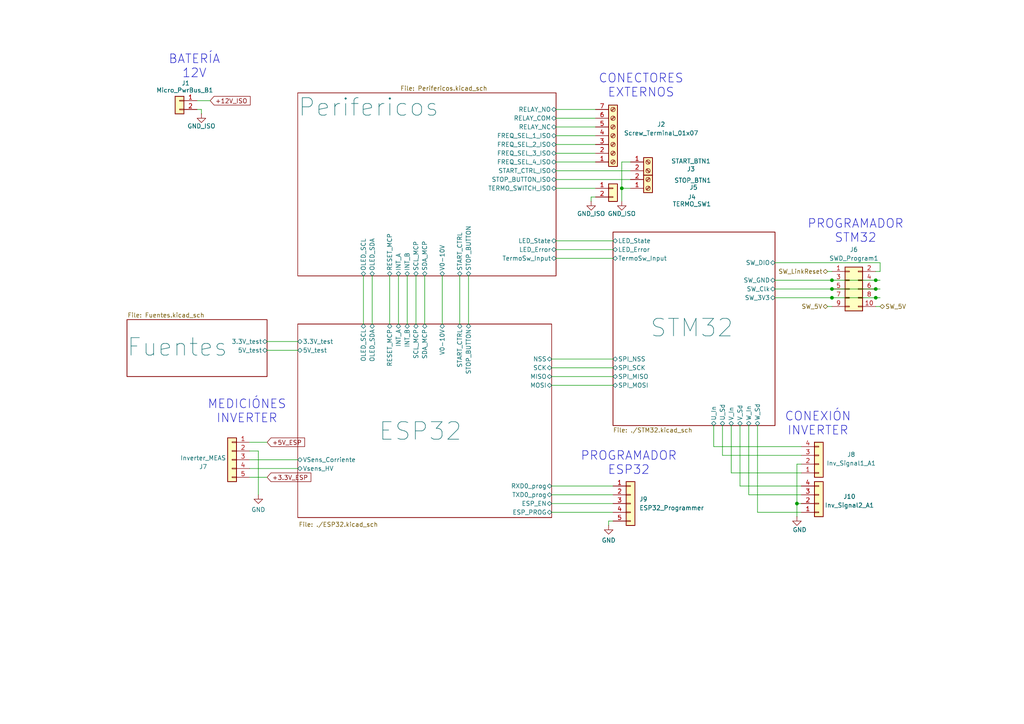
<source format=kicad_sch>
(kicad_sch (version 20250114) (generator "eeschema") (generator_version "9.0")
  (paper "A4")
  (title_block (title "Variador de frecuencia LVDC") (date "2025-08-05") (rev "0") (company "Andrenacci - Carra"))
  (lib_symbols
    (symbol "Connector:Screw_Terminal_01x02" (pin_names (offset 1.016) (hide yes))
      (property "Reference" "J" (at 0 2.54 0))
      (property "Value" "Screw_Terminal_01x02" (at 0 -5.08 0))
      (symbol "Screw_Terminal_01x02_1_1"
        (rectangle (start -1.27 1.27) (end 1.27 -3.81) (stroke (width 0.254)) (fill (type background)))
        (polyline (pts (xy -0.5334 0.3302) (xy 0.3302 -0.508)) (stroke (width 0.1524)))
        (polyline (pts (xy -0.5334 -2.2098) (xy 0.3302 -3.048)) (stroke (width 0.1524)))
        (polyline (pts (xy -0.3556 0.508) (xy 0.508 -0.3302)) (stroke (width 0.1524)))
        (polyline (pts (xy -0.3556 -2.032) (xy 0.508 -2.8702)) (stroke (width 0.1524)))
        (circle (center 0 0) (radius 0.635) (stroke (width 0.1524)))
        (circle (center 0 -2.54) (radius 0.635) (stroke (width 0.1524)))
        (pin passive line (at -5.08 0 0) (length 3.81) (name "Pin_1") (number "1"))
        (pin passive line (at -5.08 -2.54 0) (length 3.81) (name "Pin_2") (number "2"))
      )
    )
    (symbol "Connector:Screw_Terminal_01x07" (pin_names (offset 1.016) (hide yes))
      (property "Reference" "J" (at 0 10.16 0))
      (property "Value" "Screw_Terminal_01x07" (at 0 -10.16 0))
      (symbol "Screw_Terminal_01x07_1_1"
        (rectangle (start -1.27 8.89) (end 1.27 -8.89) (stroke (width 0.254)) (fill (type background)))
        (polyline (pts (xy -0.5334 7.9502) (xy 0.3302 7.112)) (stroke (width 0.1524)))
        (polyline (pts (xy -0.5334 5.4102) (xy 0.3302 4.572)) (stroke (width 0.1524)))
        (polyline (pts (xy -0.5334 2.8702) (xy 0.3302 2.032)) (stroke (width 0.1524)))
        (polyline (pts (xy -0.5334 0.3302) (xy 0.3302 -0.508)) (stroke (width 0.1524)))
        (polyline (pts (xy -0.5334 -2.2098) (xy 0.3302 -3.048)) (stroke (width 0.1524)))
        (polyline (pts (xy -0.5334 -4.7498) (xy 0.3302 -5.588)) (stroke (width 0.1524)))
        (polyline (pts (xy -0.5334 -7.2898) (xy 0.3302 -8.128)) (stroke (width 0.1524)))
        (polyline (pts (xy -0.3556 8.128) (xy 0.508 7.2898)) (stroke (width 0.1524)))
        (polyline (pts (xy -0.3556 5.588) (xy 0.508 4.7498)) (stroke (width 0.1524)))
        (polyline (pts (xy -0.3556 3.048) (xy 0.508 2.2098)) (stroke (width 0.1524)))
        (polyline (pts (xy -0.3556 0.508) (xy 0.508 -0.3302)) (stroke (width 0.1524)))
        (polyline (pts (xy -0.3556 -2.032) (xy 0.508 -2.8702)) (stroke (width 0.1524)))
        (polyline (pts (xy -0.3556 -4.572) (xy 0.508 -5.4102)) (stroke (width 0.1524)))
        (polyline (pts (xy -0.3556 -7.112) (xy 0.508 -7.9502)) (stroke (width 0.1524)))
        (circle (center 0 7.62) (radius 0.635) (stroke (width 0.1524)))
        (circle (center 0 5.08) (radius 0.635) (stroke (width 0.1524)))
        (circle (center 0 2.54) (radius 0.635) (stroke (width 0.1524)))
        (circle (center 0 0) (radius 0.635) (stroke (width 0.1524)))
        (circle (center 0 -2.54) (radius 0.635) (stroke (width 0.1524)))
        (circle (center 0 -5.08) (radius 0.635) (stroke (width 0.1524)))
        (circle (center 0 -7.62) (radius 0.635) (stroke (width 0.1524)))
        (pin passive line (at -5.08 7.62 0) (length 3.81) (name "Pin_1") (number "1"))
        (pin passive line (at -5.08 5.08 0) (length 3.81) (name "Pin_2") (number "2"))
        (pin passive line (at -5.08 2.54 0) (length 3.81) (name "Pin_3") (number "3"))
        (pin passive line (at -5.08 0 0) (length 3.81) (name "Pin_4") (number "4"))
        (pin passive line (at -5.08 -2.54 0) (length 3.81) (name "Pin_5") (number "5"))
        (pin passive line (at -5.08 -5.08 0) (length 3.81) (name "Pin_6") (number "6"))
        (pin passive line (at -5.08 -7.62 0) (length 3.81) (name "Pin_7") (number "7"))
      )
    )
    (symbol "Connector_Generic:Conn_01x02" (pin_names (offset 1.016) (hide yes))
      (property "Reference" "J" (at 0 2.54 0))
      (property "Value" "Conn_01x02" (at 0 -5.08 0))
      (symbol "Conn_01x02_1_1"
        (rectangle (start -1.27 1.27) (end 1.27 -3.81) (stroke (width 0.254)) (fill (type background)))
        (rectangle (start -1.27 0.127) (end 0 -0.127) (stroke (width 0.1524)))
        (rectangle (start -1.27 -2.413) (end 0 -2.667) (stroke (width 0.1524)))
        (pin passive line (at -5.08 0 0) (length 3.81) (name "Pin_1") (number "1"))
        (pin passive line (at -5.08 -2.54 0) (length 3.81) (name "Pin_2") (number "2"))
      )
    )
    (symbol "Connector_Generic:Conn_01x04" (pin_names (offset 1.016) (hide yes))
      (property "Reference" "J" (at 0 5.08 0))
      (property "Value" "Conn_01x04" (at 0 -7.62 0))
      (symbol "Conn_01x04_1_1"
        (rectangle (start -1.27 3.81) (end 1.27 -6.35) (stroke (width 0.254)) (fill (type background)))
        (rectangle (start -1.27 2.667) (end 0 2.413) (stroke (width 0.1524)))
        (rectangle (start -1.27 0.127) (end 0 -0.127) (stroke (width 0.1524)))
        (rectangle (start -1.27 -2.413) (end 0 -2.667) (stroke (width 0.1524)))
        (rectangle (start -1.27 -4.953) (end 0 -5.207) (stroke (width 0.1524)))
        (pin passive line (at -5.08 2.54 0) (length 3.81) (name "Pin_1") (number "1"))
        (pin passive line (at -5.08 0 0) (length 3.81) (name "Pin_2") (number "2"))
        (pin passive line (at -5.08 -2.54 0) (length 3.81) (name "Pin_3") (number "3"))
        (pin passive line (at -5.08 -5.08 0) (length 3.81) (name "Pin_4") (number "4"))
      )
    )
    (symbol "Connector_Generic:Conn_01x05" (pin_names (offset 1.016) (hide yes))
      (property "Reference" "J" (at 0 7.62 0))
      (property "Value" "Conn_01x05" (at 0 -7.62 0))
      (symbol "Conn_01x05_1_1"
        (rectangle (start -1.27 6.35) (end 1.27 -6.35) (stroke (width 0.254)) (fill (type background)))
        (rectangle (start -1.27 5.207) (end 0 4.953) (stroke (width 0.1524)))
        (rectangle (start -1.27 2.667) (end 0 2.413) (stroke (width 0.1524)))
        (rectangle (start -1.27 0.127) (end 0 -0.127) (stroke (width 0.1524)))
        (rectangle (start -1.27 -2.413) (end 0 -2.667) (stroke (width 0.1524)))
        (rectangle (start -1.27 -4.953) (end 0 -5.207) (stroke (width 0.1524)))
        (pin passive line (at -5.08 5.08 0) (length 3.81) (name "Pin_1") (number "1"))
        (pin passive line (at -5.08 2.54 0) (length 3.81) (name "Pin_2") (number "2"))
        (pin passive line (at -5.08 0 0) (length 3.81) (name "Pin_3") (number "3"))
        (pin passive line (at -5.08 -2.54 0) (length 3.81) (name "Pin_4") (number "4"))
        (pin passive line (at -5.08 -5.08 0) (length 3.81) (name "Pin_5") (number "5"))
      )
    )
    (symbol "Connector_Generic:Conn_02x05_Odd_Even" (pin_names (offset 1.016) (hide yes))
      (property "Reference" "J" (at 1.27 7.62 0))
      (property "Value" "Conn_02x05_Odd_Even" (at 1.27 -7.62 0))
      (symbol "Conn_02x05_Odd_Even_1_1"
        (rectangle (start -1.27 6.35) (end 3.81 -6.35) (stroke (width 0.254)) (fill (type background)))
        (rectangle (start -1.27 5.207) (end 0 4.953) (stroke (width 0.1524)))
        (rectangle (start -1.27 2.667) (end 0 2.413) (stroke (width 0.1524)))
        (rectangle (start -1.27 0.127) (end 0 -0.127) (stroke (width 0.1524)))
        (rectangle (start -1.27 -2.413) (end 0 -2.667) (stroke (width 0.1524)))
        (rectangle (start -1.27 -4.953) (end 0 -5.207) (stroke (width 0.1524)))
        (rectangle (start 3.81 5.207) (end 2.54 4.953) (stroke (width 0.1524)))
        (rectangle (start 3.81 2.667) (end 2.54 2.413) (stroke (width 0.1524)))
        (rectangle (start 3.81 0.127) (end 2.54 -0.127) (stroke (width 0.1524)))
        (rectangle (start 3.81 -2.413) (end 2.54 -2.667) (stroke (width 0.1524)))
        (rectangle (start 3.81 -4.953) (end 2.54 -5.207) (stroke (width 0.1524)))
        (pin passive line (at -5.08 5.08 0) (length 3.81) (name "Pin_1") (number "1"))
        (pin passive line (at -5.08 2.54 0) (length 3.81) (name "Pin_3") (number "3"))
        (pin passive line (at -5.08 0 0) (length 3.81) (name "Pin_5") (number "5"))
        (pin passive line (at -5.08 -2.54 0) (length 3.81) (name "Pin_7") (number "7"))
        (pin passive line (at -5.08 -5.08 0) (length 3.81) (name "Pin_9") (number "9"))
        (pin passive line (at 7.62 5.08 180) (length 3.81) (name "Pin_2") (number "2"))
        (pin passive line (at 7.62 2.54 180) (length 3.81) (name "Pin_4") (number "4"))
        (pin passive line (at 7.62 0 180) (length 3.81) (name "Pin_6") (number "6"))
        (pin passive line (at 7.62 -2.54 180) (length 3.81) (name "Pin_8") (number "8"))
        (pin passive line (at 7.62 -5.08 180) (length 3.81) (name "Pin_10") (number "10"))
      )
    )
    (symbol "power:GND" (power) (pin_numbers (hide yes)) (pin_names (offset 0) (hide yes))
      (property "Value" "GND" (at 0 -3.81 0))
      (symbol "GND_0_1"
        (polyline (pts (xy 0 0) (xy 0 -1.27) (xy 1.27 -1.27) (xy 0 -2.54) (xy -1.27 -1.27) (xy 0 -1.27)))
      )
      (symbol "GND_1_1"
        (pin power_in line (at 0 0 270) (length 0) (name "~") (number "1"))
      )
    )
  )
  (text "CONEXIÓN\nINVERTER" (at 237.236 122.936 0) (effects (font (size 2.54 2.54))))
  (text "PROGRAMADOR\nESP32" (at 182.372 134.366 0) (effects (font (size 2.54 2.54))))
  (text "PROGRAMADOR\nSTM32" (at 248.158 67.056 0) (effects (font (size 2.54 2.54))))
  (text "BATERÍA\n12V" (at 56.388 19.304 0) (effects (font (size 2.54 2.54))))
  (text "MEDICIÓNES\nINVERTER" (at 71.628 119.38 0) (effects (font (size 2.54 2.54))))
  (text "CONECTORES\nEXTERNOS" (at 185.928 24.892 0) (effects (font (size 2.54 2.54))))
  (junction (at 254 81.28))
  (junction (at 241.3 81.28))
  (junction (at 231.14 146.05))
  (junction (at 254 86.36))
  (junction (at 254 83.82))
  (junction (at 241.3 86.36))
  (junction (at 241.3 83.82))
  (junction (at 180.34 54.61))
  (wire (pts (xy 224.79 81.28) (xy 241.3 81.28)))
  (wire (pts (xy 161.29 74.93) (xy 177.8 74.93)))
  (wire (pts (xy 209.55 132.08) (xy 232.41 132.08)))
  (wire (pts (xy 107.95 80.01) (xy 107.95 93.98)))
  (wire (pts (xy 255.27 78.74) (xy 254 78.74)))
  (wire (pts (xy 161.29 69.85) (xy 177.8 69.85)))
  (wire (pts (xy 160.02 109.22) (xy 177.8 109.22)))
  (wire (pts (xy 240.03 88.9) (xy 241.3 88.9)))
  (wire (pts (xy 160.02 146.05) (xy 177.8 146.05)))
  (wire (pts (xy 240.03 78.74) (xy 241.3 78.74)))
  (wire (pts (xy 255.27 88.9) (xy 254 88.9)))
  (wire (pts (xy 209.55 123.444) (xy 209.55 132.08)))
  (wire (pts (xy 77.47 101.6) (xy 86.36 101.6)))
  (wire (pts (xy 160.02 143.51) (xy 177.8 143.51)))
  (wire (pts (xy 161.29 49.53) (xy 182.88 49.53)))
  (wire (pts (xy 123.19 80.01) (xy 123.19 93.98)))
  (wire (pts (xy 231.14 146.05) (xy 232.41 146.05)))
  (wire (pts (xy 161.29 46.99) (xy 172.72 46.99)))
  (wire (pts (xy 161.29 41.91) (xy 172.72 41.91)))
  (wire (pts (xy 160.02 104.14) (xy 177.8 104.14)))
  (wire (pts (xy 58.42 31.75) (xy 58.42 33.02)))
  (wire (pts (xy 219.71 148.59) (xy 232.41 148.59)))
  (wire (pts (xy 232.41 134.62) (xy 231.14 134.62)))
  (wire (pts (xy 72.39 135.89) (xy 86.36 135.89)))
  (wire (pts (xy 172.72 57.15) (xy 171.45 57.15)))
  (wire (pts (xy 241.3 81.28) (xy 254 81.28)))
  (wire (pts (xy 77.47 99.06) (xy 86.36 99.06)))
  (wire (pts (xy 160.02 140.97) (xy 177.8 140.97)))
  (wire (pts (xy 57.15 31.75) (xy 58.42 31.75)))
  (wire (pts (xy 160.02 148.59) (xy 177.8 148.59)))
  (wire (pts (xy 217.17 143.51) (xy 217.17 123.444)))
  (wire (pts (xy 214.63 123.444) (xy 214.63 140.97)))
  (wire (pts (xy 120.65 80.01) (xy 120.65 93.98)))
  (wire (pts (xy 171.45 57.15) (xy 171.45 58.42)))
  (wire (pts (xy 160.02 106.68) (xy 177.8 106.68)))
  (wire (pts (xy 72.39 128.27) (xy 77.47 128.27)))
  (wire (pts (xy 214.63 140.97) (xy 232.41 140.97)))
  (wire (pts (xy 161.29 34.29) (xy 172.72 34.29)))
  (wire (pts (xy 161.29 52.07) (xy 182.88 52.07)))
  (wire (pts (xy 118.11 80.01) (xy 118.11 93.98)))
  (wire (pts (xy 212.09 137.16) (xy 232.41 137.16)))
  (wire (pts (xy 161.29 39.37) (xy 172.72 39.37)))
  (wire (pts (xy 161.29 31.75) (xy 172.72 31.75)))
  (wire (pts (xy 161.29 72.39) (xy 177.8 72.39)))
  (wire (pts (xy 255.27 76.2) (xy 255.27 78.74)))
  (wire (pts (xy 224.79 86.36) (xy 241.3 86.36)))
  (wire (pts (xy 176.53 151.13) (xy 177.8 151.13)))
  (wire (pts (xy 113.03 80.01) (xy 113.03 93.98)))
  (wire (pts (xy 180.34 46.99) (xy 180.34 54.61)))
  (wire (pts (xy 255.27 81.28) (xy 254 81.28)))
  (wire (pts (xy 255.27 86.36) (xy 254 86.36)))
  (wire (pts (xy 74.93 130.81) (xy 74.93 143.51)))
  (wire (pts (xy 241.3 86.36) (xy 254 86.36)))
  (wire (pts (xy 255.27 83.82) (xy 254 83.82)))
  (wire (pts (xy 219.71 123.444) (xy 219.71 148.59)))
  (wire (pts (xy 161.29 54.61) (xy 172.72 54.61)))
  (wire (pts (xy 115.57 80.01) (xy 115.57 93.98)))
  (wire (pts (xy 72.39 133.35) (xy 86.36 133.35)))
  (wire (pts (xy 135.89 80.01) (xy 135.89 93.98)))
  (wire (pts (xy 180.34 54.61) (xy 180.34 58.42)))
  (wire (pts (xy 133.35 80.01) (xy 133.35 93.98)))
  (wire (pts (xy 182.88 46.99) (xy 180.34 46.99)))
  (wire (pts (xy 231.14 134.62) (xy 231.14 146.05)))
  (wire (pts (xy 176.53 151.13) (xy 176.53 152.4)))
  (wire (pts (xy 161.29 36.83) (xy 172.72 36.83)))
  (wire (pts (xy 161.29 44.45) (xy 172.72 44.45)))
  (wire (pts (xy 224.79 83.82) (xy 241.3 83.82)))
  (wire (pts (xy 207.01 123.444) (xy 207.01 129.54)))
  (wire (pts (xy 105.41 80.01) (xy 105.41 93.98)))
  (wire (pts (xy 231.14 149.86) (xy 231.14 146.05)))
  (wire (pts (xy 224.79 76.2) (xy 255.27 76.2)))
  (wire (pts (xy 217.17 143.51) (xy 232.41 143.51)))
  (wire (pts (xy 182.88 54.61) (xy 180.34 54.61)))
  (wire (pts (xy 207.01 129.54) (xy 232.41 129.54)))
  (wire (pts (xy 212.09 123.444) (xy 212.09 137.16)))
  (wire (pts (xy 241.3 83.82) (xy 254 83.82)))
  (wire (pts (xy 72.39 138.43) (xy 77.47 138.43)))
  (wire (pts (xy 60.96 29.21) (xy 57.15 29.21)))
  (wire (pts (xy 160.02 111.76) (xy 177.8 111.76)))
  (wire (pts (xy 128.27 80.01) (xy 128.27 93.98)))
  (wire (pts (xy 72.39 130.81) (xy 74.93 130.81)))
  (global_label "+3.3V_ESP" (shape input) (at 77.47 138.43 0) (property "Intersheetrefs" "${INTERSHEET_REFS}" (effects (hide yes))))
  (global_label "+12V_ISO" (shape input) (at 60.96 29.21 0) (property "Intersheetrefs" "${INTERSHEET_REFS}" (effects (hide yes))))
  (global_label "+5V_ESP" (shape input) (at 77.47 128.27 0) (property "Intersheetrefs" "${INTERSHEET_REFS}" (effects (hide yes))))
  (hierarchical_label "SW_5V" (shape bidirectional) (at 255.27 88.9 0))
  (hierarchical_label "SW_LinkReset" (shape bidirectional) (at 240.03 78.74 180))
  (hierarchical_label "SW_5V" (shape bidirectional) (at 240.03 88.9 180))
  (symbol (lib_id "power:GND") (at 171.45 58.42 0) (mirror y) (unit 1)
    (property "Reference" "#PWR02" (effects (hide yes)))
    (property "Value" "GND_ISO" (at 171.45 61.976 0))
    (property "Description" "Power symbol creates a global label with name \"GND\" , ground" (effects (hide yes)))
  )
  (symbol (lib_id "Connector:Screw_Terminal_01x02") (at 187.96 54.61 0) (mirror x) (unit 1)
    (property "Reference" "J5" (at 201.168 54.356 0))
    (property "Value" "STOP_BTN1" (at 200.914 52.324 0))
    (property "Footprint" "TerminalBlock_Phoenix:TerminalBlock_Phoenix_MKDS-1,5-2_1x02_P5.00mm_Horizontal" (effects (hide yes)))
    (property "Description" "Generic screw terminal, single row, 01x02, script generated (kicad-library-utils/schlib/autogen/connector/)" (effects (hide yes)))
  )
  (symbol (lib_id "Connector_Generic:Conn_01x04") (at 237.49 146.05 0) (mirror x) (unit 1)
    (property "Reference" "J10" (at 246.38 144.018 0))
    (property "Value" "Inv_Signal2_A1" (at 246.38 146.558 0))
    (property "Footprint" "Connector_Molex:Molex_KK-254_AE-6410-04A_1x04_P2.54mm_Vertical" (effects (hide yes)))
    (property "Description" "Generic connector, single row, 01x04, script generated (kicad-library-utils/schlib/autogen/connector/)" (effects (hide yes)))
  )
  (symbol (lib_id "Connector_Generic:Conn_01x05") (at 67.31 133.35 0) (mirror y) (unit 1)
    (property "Reference" "J7" (at 58.928 135.382 0))
    (property "Value" "Inverter_MEAS" (at 58.928 132.842 0))
    (property "Footprint" "Connector_PinHeader_1.00mm:PinHeader_1x05_P1.00mm_Vertical" (effects (hide yes)))
    (property "Description" "Generic connector, single row, 01x05, script generated (kicad-library-utils/schlib/autogen/connector/)" (effects (hide yes)))
  )
  (symbol (lib_id "power:GND") (at 58.42 33.02 0) (mirror y) (unit 1)
    (property "Reference" "#PWR01" (effects (hide yes)))
    (property "Value" "GND_ISO" (at 58.42 36.576 0))
    (property "Description" "Power symbol creates a global label with name \"GND\" , ground" (effects (hide yes)))
  )
  (symbol (lib_id "power:GND") (at 74.93 143.51 0) (unit 1)
    (property "Reference" "#PWR04" (effects (hide yes)))
    (property "Value" "GND" (at 74.93 147.828 0))
    (property "Description" "Power symbol creates a global label with name \"GND\" , ground" (effects (hide yes)))
  )
  (symbol (lib_id "Connector_Generic:Conn_01x02") (at 52.07 29.21 0) (mirror y) (unit 1)
    (property "Reference" "J1" (at 53.848 24.13 0))
    (property "Value" "Micro_PwrBus_B1" (at 53.594 26.162 0))
    (property "Footprint" "Connector_Phoenix_MSTB:PhoenixContact_MSTBVA_2,5_2-G-5,08_1x02_P5.08mm_Vertical" (effects (hide yes)))
    (property "Description" "Generic connector, single row, 01x02, script generated (kicad-library-utils/schlib/autogen/connector/)" (effects (hide yes)))
  )
  (symbol (lib_id "power:GND") (at 231.14 149.86 0) (mirror y) (unit 1)
    (property "Reference" "#PWR05" (effects (hide yes)))
    (property "Value" "GND" (at 229.87 153.67 0) (effects (justify right)))
    (property "Description" "Power symbol creates a global label with name \"GND\" , ground" (effects (hide yes)))
  )
  (symbol (lib_id "Connector:Screw_Terminal_01x02") (at 187.96 46.99 0) (unit 1)
    (property "Reference" "J3" (at 200.406 49.022 0))
    (property "Value" "START_BTN1" (at 200.406 46.736 0))
    (property "Footprint" "TerminalBlock_Phoenix:TerminalBlock_Phoenix_MKDS-1,5-2_1x02_P5.00mm_Horizontal" (effects (hide yes)))
    (property "Description" "Generic screw terminal, single row, 01x02, script generated (kicad-library-utils/schlib/autogen/connector/)" (effects (hide yes)))
  )
  (symbol (lib_id "power:GND") (at 180.34 58.42 0) (mirror y) (unit 1)
    (property "Reference" "#PWR03" (effects (hide yes)))
    (property "Value" "GND_ISO" (at 180.34 61.976 0))
    (property "Description" "Power symbol creates a global label with name \"GND\" , ground" (effects (hide yes)))
  )
  (symbol (lib_id "Connector_Generic:Conn_01x02") (at 177.8 54.61 0) (unit 1)
    (property "Reference" "J4" (at 200.66 57.15 0))
    (property "Value" "TERMO_SW1" (at 200.66 59.182 0))
    (property "Footprint" "Connector_Molex:Molex_KK-254_AE-6410-02A_1x02_P2.54mm_Vertical" (effects (hide yes)))
    (property "Description" "Generic connector, single row, 01x02, script generated (kicad-library-utils/schlib/autogen/connector/)" (effects (hide yes)))
  )
  (symbol (lib_id "Connector:Screw_Terminal_01x07") (at 177.8 39.37 0) (mirror x) (unit 1)
    (property "Reference" "J2" (at 191.77 36.068 0))
    (property "Value" "Screw_Terminal_01x07" (at 191.77 38.608 0))
    (property "Footprint" "TerminalBlock_Phoenix:TerminalBlock_Phoenix_PT-1,5-7-5.0-H_1x07_P5.00mm_Horizontal" (effects (hide yes)))
    (property "Description" "Generic screw terminal, single row, 01x07, script generated (kicad-library-utils/schlib/autogen/connector/)" (effects (hide yes)))
  )
  (symbol (lib_id "Connector_Generic:Conn_01x05") (at 182.88 146.05 0) (unit 1)
    (property "Reference" "J9" (at 185.42 144.7799 0) (effects (justify left)))
    (property "Value" "ESP32_Programmer" (at 185.42 147.3199 0) (effects (justify left)))
    (property "Footprint" "Connector_PinHeader_1.00mm:PinHeader_1x05_P1.00mm_Vertical" (effects (hide yes)))
    (property "Description" "Generic connector, single row, 01x05, script generated (kicad-library-utils/schlib/autogen/connector/)" (effects (hide yes)))
  )
  (symbol (lib_id "power:GND") (at 176.53 152.4 0) (unit 1)
    (property "Reference" "#PWR06" (effects (hide yes)))
    (property "Value" "GND" (at 176.53 156.718 0))
    (property "Description" "Power symbol creates a global label with name \"GND\" , ground" (effects (hide yes)))
  )
  (symbol (lib_id "Connector_Generic:Conn_02x05_Odd_Even") (at 246.38 83.82 0) (unit 1)
    (property "Reference" "J6" (at 247.65 72.39 0))
    (property "Value" "SWD_Program1" (at 247.65 74.93 0))
    (property "Footprint" "Connector_IDC:IDC-Header_2x05_P2.54mm_Vertical_SMD" (effects (hide yes)))
    (property "Description" "Generic connector, double row, 02x05, odd/even pin numbering scheme (row 1 odd numbers, row 2 even numbers), script generated (kicad-library-utils/schlib/autogen/connector/)" (effects (hide yes)))
  )
  (symbol (lib_id "Connector_Generic:Conn_01x04") (at 237.49 134.62 0) (mirror x) (unit 1)
    (property "Reference" "J8" (at 246.888 131.826 0))
    (property "Value" "Inv_Signal1_A1" (at 246.888 134.366 0))
    (property "Footprint" "Connector_Molex:Molex_KK-254_AE-6410-04A_1x04_P2.54mm_Vertical" (effects (hide yes)))
    (property "Description" "Generic connector, single row, 01x04, script generated (kicad-library-utils/schlib/autogen/connector/)" (effects (hide yes)))
  )
  (sheet (at 177.8 67.31) (size 46.99 56.134) (stroke (width 0.1524))
    (property "Sheetname" "STM32" (at 188.468 98.044 0) (effects (font (size 5.08 5.08)) (justify left bottom)))
    (property "Sheetfile" "./STM32.kicad_sch" (at 177.8 124.0286 0) (effects (justify left top)))
    (pin "W_In" bidirectional (at 217.17 123.444 270))
    (pin "U_In" bidirectional (at 207.01 123.444 270))
    (pin "W_Sd" bidirectional (at 219.71 123.444 270))
    (pin "V_In" bidirectional (at 212.09 123.444 270))
    (pin "U_Sd" bidirectional (at 209.55 123.444 270))
    (pin "V_Sd" bidirectional (at 214.63 123.444 270))
    (pin "TermoSw_Input" bidirectional (at 177.8 74.93 180))
    (pin "SW_Clk" bidirectional (at 224.79 83.82 0))
    (pin "SW_DIO" bidirectional (at 224.79 76.2 0))
    (pin "SW_3V3" bidirectional (at 224.79 86.36 0))
    (pin "SW_GND" bidirectional (at 224.79 81.28 0))
    (pin "SPI_MOSI" bidirectional (at 177.8 111.76 180))
    (pin "SPI_MISO" bidirectional (at 177.8 109.22 180))
    (pin "SPI_NSS" bidirectional (at 177.8 104.14 180))
    (pin "SPI_SCK" bidirectional (at 177.8 106.68 180))
    (pin "LED_State" bidirectional (at 177.8 69.85 180))
    (pin "LED_Error" bidirectional (at 177.8 72.39 180))
  )
  (sheet (at 36.83 92.71) (size 40.64 16.51) (stroke (width 0.1524))
    (property "Sheetname" "Fuentes" (at 36.703 103.632 0) (effects (font (size 5.08 5.08)) (justify left bottom)))
    (property "Sheetfile" "Fuentes.kicad_sch" (at 36.957 90.678 0) (effects (justify left top)))
    (pin "3.3V_test" bidirectional (at 77.47 99.06 0))
    (pin "5V_test" bidirectional (at 77.47 101.6 0))
  )
  (sheet (at 86.36 93.98) (size 73.66 56.134) (stroke (width 0.1524))
    (property "Sheetname" "ESP32" (at 109.728 128.016 0) (effects (font (size 5.08 5.08)) (justify left bottom)))
    (property "Sheetfile" "./ESP32.kicad_sch" (at 86.614 151.384 0) (effects (justify left top)))
    (pin "OLED_SCL" bidirectional (at 105.41 93.98 90))
    (pin "5V_test" bidirectional (at 86.36 101.6 180))
    (pin "OLED_SDA" bidirectional (at 107.95 93.98 90))
    (pin "3.3V_test" bidirectional (at 86.36 99.06 180))
    (pin "TXD0_prog" bidirectional (at 160.02 143.51 0))
    (pin "V0-10V" bidirectional (at 128.27 93.98 90))
    (pin "ESP_EN" bidirectional (at 160.02 146.05 0))
    (pin "RXD0_prog" bidirectional (at 160.02 140.97 0))
    (pin "ESP_PROG" bidirectional (at 160.02 148.59 0))
    (pin "VSens_Corriente" bidirectional (at 86.36 133.35 180))
    (pin "Vsens_HV" bidirectional (at 86.36 135.89 180))
    (pin "NSS" bidirectional (at 160.02 104.14 0))
    (pin "SCK" bidirectional (at 160.02 106.68 0))
    (pin "MOSI" bidirectional (at 160.02 111.76 0))
    (pin "MISO" bidirectional (at 160.02 109.22 0))
    (pin "RESET_MCP" bidirectional (at 113.03 93.98 90))
    (pin "INT_A" bidirectional (at 115.57 93.98 90))
    (pin "INT_B" bidirectional (at 118.11 93.98 90))
    (pin "SCL_MCP" bidirectional (at 120.65 93.98 90))
    (pin "SDA_MCP" bidirectional (at 123.19 93.98 90))
    (pin "START_CTRL" bidirectional (at 133.35 93.98 90))
    (pin "STOP_BUTTON" bidirectional (at 135.89 93.98 90))
  )
  (sheet (at 86.36 26.924) (size 74.93 53.086) (stroke (width 0.1524))
    (property "Sheetname" "Perifericos" (at 86.36 34.036 0) (effects (font (size 5.08 5.08)) (justify left bottom)))
    (property "Sheetfile" "Perifericos.kicad_sch" (at 116.078 24.892 0) (effects (justify left top)))
    (pin "OLED_SDA" bidirectional (at 107.95 80.01 270))
    (pin "OLED_SCL" bidirectional (at 105.41 80.01 270))
    (pin "RELAY_COM" bidirectional (at 161.29 34.29 0))
    (pin "RELAY_NC" bidirectional (at 161.29 36.83 0))
    (pin "FREQ_SEL_1_ISO" bidirectional (at 161.29 39.37 0))
    (pin "V0-10V" bidirectional (at 128.27 80.01 270))
    (pin "FREQ_SEL_4_ISO" bidirectional (at 161.29 46.99 0))
    (pin "RELAY_NO" bidirectional (at 161.29 31.75 0))
    (pin "FREQ_SEL_2_ISO" bidirectional (at 161.29 41.91 0))
    (pin "FREQ_SEL_3_ISO" bidirectional (at 161.29 44.45 0))
    (pin "START_CTRL_ISO" bidirectional (at 161.29 49.53 0))
    (pin "START_CTRL" bidirectional (at 133.35 80.01 270))
    (pin "STOP_BUTTON_ISO" bidirectional (at 161.29 52.07 0))
    (pin "STOP_BUTTON" bidirectional (at 135.89 80.01 270))
    (pin "LED_State" bidirectional (at 161.29 69.85 0))
    (pin "LED_Error" bidirectional (at 161.29 72.39 0))
    (pin "TermoSw_Input" bidirectional (at 161.29 74.93 0))
    (pin "TERMO_SWITCH_ISO" bidirectional (at 161.29 54.61 0))
    (pin "RESET_MCP" bidirectional (at 113.03 80.01 270))
    (pin "INT_A" bidirectional (at 115.57 80.01 270))
    (pin "SCL_MCP" bidirectional (at 120.65 80.01 270))
    (pin "INT_B" bidirectional (at 118.11 80.01 270))
    (pin "SDA_MCP" bidirectional (at 123.19 80.01 270))
  )
)
</source>
